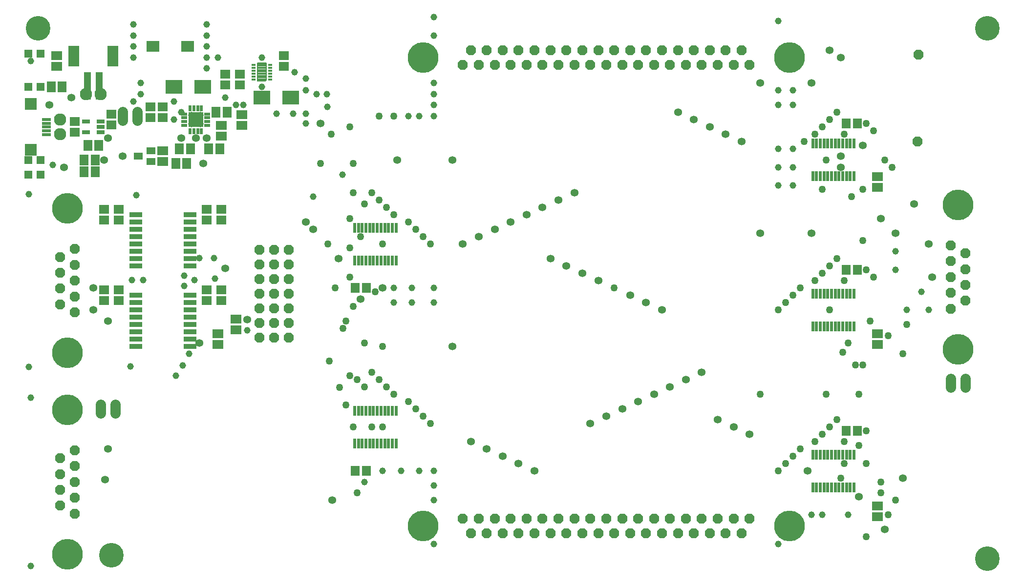
<source format=gts>
G75*
%MOIN*%
%OFA0B0*%
%FSLAX25Y25*%
%IPPOS*%
%LPD*%
%AMOC8*
5,1,8,0,0,1.08239X$1,22.5*
%
%ADD10OC8,0.06984*%
%ADD11C,0.20984*%
%ADD12R,0.02384X0.06784*%
%ADD13R,0.07283X0.06102*%
%ADD14R,0.08784X0.03184*%
%ADD15R,0.06890X0.06102*%
%ADD16R,0.05709X0.03150*%
%ADD17R,0.04921X0.19094*%
%ADD18R,0.07283X0.14370*%
%ADD19R,0.06496X0.02362*%
%ADD20R,0.08465X0.08071*%
%ADD21C,0.08384*%
%ADD22R,0.06102X0.06890*%
%ADD23C,0.06984*%
%ADD24R,0.02953X0.01181*%
%ADD25C,0.00800*%
%ADD26R,0.06102X0.07283*%
%ADD27R,0.05709X0.05709*%
%ADD28R,0.02362X0.04134*%
%ADD29R,0.04134X0.02362*%
%ADD30R,0.10236X0.10236*%
%ADD31R,0.08858X0.07677*%
%ADD32R,0.11220X0.09646*%
%ADD33R,0.06496X0.04921*%
%ADD34C,0.04953*%
%ADD35C,0.05346*%
%ADD36C,0.04559*%
%ADD37C,0.16795*%
D10*
X0081800Y0092235D03*
X0071800Y0097635D03*
X0081800Y0103035D03*
X0071800Y0108435D03*
X0081800Y0113835D03*
X0071800Y0119235D03*
X0081800Y0124635D03*
X0071800Y0130035D03*
X0081800Y0135435D03*
X0207800Y0212335D03*
X0217800Y0212335D03*
X0227800Y0212335D03*
X0227800Y0222335D03*
X0217800Y0222335D03*
X0207800Y0222335D03*
X0207800Y0232335D03*
X0207800Y0242335D03*
X0217800Y0242335D03*
X0227800Y0242335D03*
X0227800Y0232335D03*
X0217800Y0232335D03*
X0217800Y0252335D03*
X0207800Y0252335D03*
X0207800Y0262335D03*
X0217800Y0262335D03*
X0227800Y0262335D03*
X0227800Y0272335D03*
X0217800Y0272335D03*
X0207800Y0272335D03*
X0227800Y0252335D03*
X0081800Y0251337D03*
X0071800Y0256737D03*
X0081800Y0262137D03*
X0071800Y0267537D03*
X0081800Y0272937D03*
X0071800Y0245937D03*
X0081800Y0240537D03*
X0071800Y0235137D03*
X0081800Y0229737D03*
X0346499Y0088833D03*
X0357299Y0088833D03*
X0368199Y0088833D03*
X0379099Y0088833D03*
X0389899Y0088833D03*
X0400799Y0088833D03*
X0411699Y0088833D03*
X0422599Y0088833D03*
X0433399Y0088833D03*
X0444299Y0088833D03*
X0455199Y0088833D03*
X0465999Y0088833D03*
X0476899Y0088833D03*
X0487799Y0088833D03*
X0498599Y0088833D03*
X0509499Y0088833D03*
X0520399Y0088833D03*
X0531199Y0088833D03*
X0542099Y0088833D03*
X0536699Y0078833D03*
X0525799Y0078833D03*
X0514899Y0078833D03*
X0504099Y0078833D03*
X0493199Y0078833D03*
X0482299Y0078833D03*
X0471499Y0078833D03*
X0460599Y0078833D03*
X0449699Y0078833D03*
X0438899Y0078833D03*
X0427999Y0078833D03*
X0417099Y0078833D03*
X0406299Y0078833D03*
X0395399Y0078833D03*
X0384499Y0078833D03*
X0373599Y0078833D03*
X0362799Y0078833D03*
X0351899Y0078833D03*
X0679301Y0232236D03*
X0689301Y0237636D03*
X0679301Y0243036D03*
X0689301Y0248436D03*
X0679301Y0253836D03*
X0689301Y0259236D03*
X0679301Y0264636D03*
X0689301Y0270036D03*
X0679301Y0275436D03*
X0656800Y0346335D03*
X0657300Y0405835D03*
X0542099Y0398835D03*
X0531299Y0398835D03*
X0536699Y0408835D03*
X0525799Y0408835D03*
X0514999Y0408835D03*
X0504099Y0408835D03*
X0493199Y0408835D03*
X0487799Y0398835D03*
X0476899Y0398835D03*
X0465999Y0398835D03*
X0460599Y0408835D03*
X0449699Y0408835D03*
X0438899Y0408835D03*
X0444299Y0398835D03*
X0433399Y0398835D03*
X0422599Y0398835D03*
X0411699Y0398835D03*
X0406299Y0408835D03*
X0417099Y0408835D03*
X0427999Y0408835D03*
X0400799Y0398835D03*
X0389999Y0398835D03*
X0379099Y0398835D03*
X0368199Y0398835D03*
X0357399Y0398835D03*
X0362799Y0408835D03*
X0351899Y0408835D03*
X0346499Y0398835D03*
X0373699Y0408835D03*
X0384499Y0408835D03*
X0395399Y0408835D03*
X0455199Y0398835D03*
X0471499Y0408835D03*
X0482399Y0408835D03*
X0498699Y0398835D03*
X0509499Y0398835D03*
X0520399Y0398835D03*
D11*
X0569299Y0403835D03*
X0684301Y0303136D03*
X0684301Y0204536D03*
X0569299Y0083833D03*
X0319299Y0083833D03*
X0076800Y0064535D03*
X0076800Y0163135D03*
X0076800Y0202037D03*
X0076800Y0300637D03*
X0319299Y0403835D03*
D12*
X0300902Y0287435D03*
X0298302Y0287435D03*
X0295802Y0287435D03*
X0293202Y0287435D03*
X0290602Y0287435D03*
X0288102Y0287435D03*
X0285502Y0287435D03*
X0283002Y0287435D03*
X0280402Y0287435D03*
X0277802Y0287435D03*
X0275302Y0287435D03*
X0272702Y0287435D03*
X0272702Y0265235D03*
X0275302Y0265235D03*
X0277802Y0265235D03*
X0280402Y0265235D03*
X0283002Y0265235D03*
X0285502Y0265235D03*
X0288102Y0265235D03*
X0290602Y0265235D03*
X0293202Y0265235D03*
X0295802Y0265235D03*
X0298302Y0265235D03*
X0300902Y0265235D03*
X0300898Y0162436D03*
X0298298Y0162436D03*
X0295798Y0162436D03*
X0293198Y0162436D03*
X0290598Y0162436D03*
X0288098Y0162436D03*
X0285498Y0162436D03*
X0282998Y0162436D03*
X0280398Y0162436D03*
X0277798Y0162436D03*
X0275298Y0162436D03*
X0272698Y0162436D03*
X0272698Y0140236D03*
X0275298Y0140236D03*
X0277798Y0140236D03*
X0280398Y0140236D03*
X0282998Y0140236D03*
X0285498Y0140236D03*
X0288098Y0140236D03*
X0290598Y0140236D03*
X0293198Y0140236D03*
X0295798Y0140236D03*
X0298298Y0140236D03*
X0300898Y0140236D03*
X0585201Y0132436D03*
X0587801Y0132436D03*
X0590301Y0132436D03*
X0592901Y0132436D03*
X0595501Y0132436D03*
X0598001Y0132436D03*
X0600601Y0132436D03*
X0603101Y0132436D03*
X0605701Y0132436D03*
X0608301Y0132436D03*
X0610801Y0132436D03*
X0613401Y0132436D03*
X0613401Y0110236D03*
X0610801Y0110236D03*
X0608301Y0110236D03*
X0605701Y0110236D03*
X0603101Y0110236D03*
X0600601Y0110236D03*
X0598001Y0110236D03*
X0595501Y0110236D03*
X0592901Y0110236D03*
X0590301Y0110236D03*
X0587801Y0110236D03*
X0585201Y0110236D03*
X0585202Y0220236D03*
X0587802Y0220236D03*
X0590302Y0220236D03*
X0592902Y0220236D03*
X0595502Y0220236D03*
X0598002Y0220236D03*
X0600602Y0220236D03*
X0603102Y0220236D03*
X0605702Y0220236D03*
X0608302Y0220236D03*
X0610802Y0220236D03*
X0613402Y0220236D03*
X0613402Y0242436D03*
X0610802Y0242436D03*
X0608302Y0242436D03*
X0605702Y0242436D03*
X0603102Y0242436D03*
X0600602Y0242436D03*
X0598002Y0242436D03*
X0595502Y0242436D03*
X0592902Y0242436D03*
X0590302Y0242436D03*
X0587802Y0242436D03*
X0585202Y0242436D03*
X0585202Y0322732D03*
X0587802Y0322732D03*
X0590302Y0322732D03*
X0592902Y0322732D03*
X0595502Y0322732D03*
X0598002Y0322732D03*
X0600602Y0322732D03*
X0603102Y0322732D03*
X0605702Y0322732D03*
X0608302Y0322732D03*
X0610802Y0322732D03*
X0613402Y0322732D03*
X0613402Y0344932D03*
X0610802Y0344932D03*
X0608302Y0344932D03*
X0605702Y0344932D03*
X0603102Y0344932D03*
X0600602Y0344932D03*
X0598002Y0344932D03*
X0595502Y0344932D03*
X0592902Y0344932D03*
X0590302Y0344932D03*
X0587802Y0344932D03*
X0585202Y0344932D03*
D13*
X0629300Y0322573D03*
X0629300Y0315093D03*
X0629298Y0215077D03*
X0629298Y0207597D03*
X0629301Y0097576D03*
X0629301Y0090096D03*
X0191800Y0217593D03*
X0191800Y0225073D03*
X0179300Y0215076D03*
X0179300Y0207596D03*
X0141800Y0332595D03*
X0141800Y0340075D03*
X0181800Y0350095D03*
X0181800Y0357575D03*
X0195550Y0357345D03*
X0195550Y0364825D03*
X0069300Y0397595D03*
X0069300Y0405075D03*
D14*
X0123301Y0296333D03*
X0123301Y0291333D03*
X0123301Y0286333D03*
X0123301Y0281333D03*
X0123301Y0276333D03*
X0123301Y0271333D03*
X0123301Y0266333D03*
X0123301Y0261333D03*
X0123301Y0241334D03*
X0123301Y0236334D03*
X0123301Y0231334D03*
X0123301Y0226334D03*
X0123301Y0221334D03*
X0123301Y0216334D03*
X0123301Y0211334D03*
X0123301Y0206334D03*
X0160301Y0206334D03*
X0160301Y0211334D03*
X0160301Y0216334D03*
X0160301Y0221334D03*
X0160301Y0226334D03*
X0160301Y0231334D03*
X0160301Y0236334D03*
X0160301Y0241334D03*
X0160301Y0261333D03*
X0160301Y0266333D03*
X0160301Y0271333D03*
X0160301Y0276333D03*
X0160301Y0281333D03*
X0160301Y0286333D03*
X0160301Y0291333D03*
X0160301Y0296333D03*
D15*
X0171798Y0292594D03*
X0171798Y0300074D03*
X0181799Y0300074D03*
X0181799Y0292594D03*
X0111800Y0292595D03*
X0111800Y0300075D03*
X0101798Y0300074D03*
X0101798Y0292594D03*
X0101798Y0245075D03*
X0101798Y0237595D03*
X0111799Y0237595D03*
X0111799Y0245075D03*
X0171798Y0245075D03*
X0171798Y0237595D03*
X0181799Y0237595D03*
X0181799Y0245075D03*
X0081800Y0352595D03*
X0081800Y0360075D03*
X0106800Y0357595D03*
X0106800Y0365075D03*
X0133300Y0362595D03*
X0133300Y0370075D03*
X0141800Y0370075D03*
X0141800Y0362595D03*
X0184300Y0385095D03*
X0184300Y0392575D03*
X0194300Y0392575D03*
X0194300Y0385095D03*
X0224300Y0397595D03*
X0224300Y0405075D03*
D16*
X0099418Y0360075D03*
X0099418Y0356335D03*
X0099418Y0352595D03*
X0089180Y0352595D03*
X0089180Y0360075D03*
D17*
X0090363Y0384267D03*
X0098237Y0384267D03*
D18*
X0107686Y0404740D03*
X0080914Y0404740D03*
D19*
X0062236Y0361452D03*
X0062236Y0358893D03*
X0062236Y0356334D03*
X0062236Y0353775D03*
X0062236Y0351216D03*
D20*
X0051803Y0340586D03*
X0051803Y0372082D03*
D21*
X0071799Y0361334D03*
X0071799Y0351334D03*
X0089301Y0378833D03*
X0099301Y0378833D03*
D22*
X0273061Y0246336D03*
X0280542Y0246336D03*
X0280543Y0121334D03*
X0273062Y0121334D03*
X0608058Y0148832D03*
X0615539Y0148832D03*
X0615542Y0258833D03*
X0608062Y0258833D03*
X0608062Y0358834D03*
X0615542Y0358834D03*
D23*
X0679301Y0184336D02*
X0679301Y0178336D01*
X0689301Y0178336D02*
X0689301Y0184336D01*
X0124300Y0360835D02*
X0124300Y0366835D01*
X0114300Y0366835D02*
X0114300Y0360835D01*
X0109301Y0166834D02*
X0109301Y0160834D01*
X0099301Y0160834D02*
X0099301Y0166834D01*
D24*
X0203591Y0388913D03*
X0203591Y0390882D03*
X0203591Y0392850D03*
X0203591Y0394819D03*
X0203591Y0396787D03*
X0203591Y0398756D03*
X0215009Y0398756D03*
X0215009Y0396787D03*
X0215009Y0394819D03*
X0215009Y0392850D03*
X0215009Y0390882D03*
X0215009Y0388913D03*
D25*
X0212351Y0389172D02*
X0206249Y0389172D01*
X0206249Y0388374D02*
X0212351Y0388374D01*
X0212351Y0388323D02*
X0211662Y0387634D01*
X0206839Y0387634D01*
X0206670Y0387645D01*
X0206512Y0387708D01*
X0206381Y0387817D01*
X0206291Y0387961D01*
X0206249Y0388126D01*
X0206249Y0399543D01*
X0206273Y0399695D01*
X0206343Y0399833D01*
X0206452Y0399942D01*
X0206589Y0400011D01*
X0206741Y0400036D01*
X0211859Y0400036D01*
X0212011Y0400011D01*
X0212148Y0399942D01*
X0212257Y0399833D01*
X0212327Y0399695D01*
X0212351Y0399543D01*
X0212351Y0388323D01*
X0212351Y0389971D02*
X0206249Y0389971D01*
X0206249Y0390769D02*
X0212351Y0390769D01*
X0212351Y0391568D02*
X0206249Y0391568D01*
X0206249Y0392366D02*
X0212351Y0392366D01*
X0212351Y0393165D02*
X0206249Y0393165D01*
X0206249Y0393963D02*
X0212351Y0393963D01*
X0212351Y0394762D02*
X0206249Y0394762D01*
X0206249Y0395560D02*
X0212351Y0395560D01*
X0212351Y0396359D02*
X0206249Y0396359D01*
X0206249Y0397157D02*
X0212351Y0397157D01*
X0212351Y0397956D02*
X0206249Y0397956D01*
X0206249Y0398754D02*
X0212351Y0398754D01*
X0212350Y0399553D02*
X0206250Y0399553D01*
D26*
X0185540Y0366335D03*
X0178060Y0366335D03*
X0180540Y0341335D03*
X0173060Y0341335D03*
X0160540Y0341335D03*
X0153060Y0341335D03*
X0150560Y0331335D03*
X0158040Y0331335D03*
X0098040Y0343835D03*
X0090560Y0343835D03*
X0088060Y0333835D03*
X0095540Y0333835D03*
X0095540Y0325585D03*
X0088060Y0325585D03*
X0073040Y0383835D03*
X0065560Y0383835D03*
D27*
X0058434Y0383835D03*
X0050166Y0383835D03*
X0050166Y0406335D03*
X0058434Y0406335D03*
X0058434Y0333835D03*
X0050166Y0333835D03*
X0050166Y0323835D03*
X0058434Y0323835D03*
D28*
X0160461Y0353461D03*
X0163020Y0353461D03*
X0165580Y0353461D03*
X0168139Y0353461D03*
X0168139Y0369209D03*
X0165580Y0369209D03*
X0163020Y0369209D03*
X0160461Y0369209D03*
D29*
X0156426Y0365173D03*
X0156426Y0362614D03*
X0156426Y0360055D03*
X0156426Y0357496D03*
X0172174Y0357496D03*
X0172174Y0360055D03*
X0172174Y0362614D03*
X0172174Y0365173D03*
D30*
X0164300Y0361335D03*
D31*
X0158611Y0411335D03*
X0134989Y0411335D03*
D32*
X0149457Y0383835D03*
X0169143Y0383835D03*
X0209457Y0376335D03*
X0229143Y0376335D03*
D33*
X0133631Y0340075D03*
X0124969Y0336335D03*
X0133631Y0332595D03*
D34*
X0249300Y0331335D03*
X0271800Y0331335D03*
X0271800Y0311335D03*
X0279300Y0303835D03*
X0284300Y0311335D03*
X0289300Y0306335D03*
X0294300Y0301335D03*
X0299300Y0296335D03*
X0309300Y0291335D03*
X0314300Y0286335D03*
X0319300Y0281335D03*
X0324300Y0276335D03*
X0291800Y0276335D03*
X0276800Y0281335D03*
X0269300Y0273835D03*
X0254300Y0276335D03*
X0269300Y0293835D03*
X0269300Y0253835D03*
X0259300Y0246335D03*
X0271800Y0233835D03*
X0266800Y0223835D03*
X0264800Y0218835D03*
X0279300Y0208835D03*
X0291800Y0206335D03*
X0284300Y0188835D03*
X0289300Y0183835D03*
X0294300Y0178835D03*
X0299300Y0173835D03*
X0309300Y0168835D03*
X0314300Y0163835D03*
X0319300Y0158835D03*
X0324300Y0153835D03*
X0291800Y0151335D03*
X0284300Y0151335D03*
X0271800Y0151335D03*
X0266800Y0166335D03*
X0262300Y0178335D03*
X0269300Y0186335D03*
X0274300Y0183835D03*
X0279300Y0178835D03*
X0255300Y0196335D03*
X0286800Y0243835D03*
X0449700Y0246335D03*
X0561800Y0231335D03*
X0566800Y0236335D03*
X0571800Y0241335D03*
X0576800Y0246335D03*
X0586800Y0251335D03*
X0591800Y0256335D03*
X0596800Y0261335D03*
X0601800Y0266335D03*
X0619300Y0278835D03*
X0621800Y0258835D03*
X0626800Y0253835D03*
X0606800Y0251335D03*
X0596800Y0231335D03*
X0624300Y0223835D03*
X0636800Y0213835D03*
X0649300Y0221335D03*
X0646800Y0201335D03*
X0619300Y0193835D03*
X0614300Y0193835D03*
X0605702Y0202433D03*
X0609300Y0208835D03*
X0616800Y0173835D03*
X0594300Y0173835D03*
X0601800Y0156335D03*
X0596800Y0151335D03*
X0591800Y0146335D03*
X0586800Y0141335D03*
X0576800Y0136335D03*
X0571800Y0131335D03*
X0566800Y0126335D03*
X0561800Y0121335D03*
X0604300Y0116335D03*
X0606800Y0126335D03*
X0621800Y0126335D03*
X0616800Y0138835D03*
X0606800Y0141335D03*
X0621800Y0148835D03*
X0631800Y0113835D03*
X0631800Y0106335D03*
X0641800Y0101335D03*
X0636800Y0091335D03*
X0621800Y0076335D03*
X0549300Y0173835D03*
X0611800Y0308835D03*
X0619300Y0313835D03*
X0634300Y0333835D03*
X0639300Y0328835D03*
X0626800Y0353835D03*
X0621800Y0358835D03*
X0606800Y0351335D03*
X0596800Y0361335D03*
X0601800Y0366335D03*
X0591800Y0356335D03*
X0586800Y0351335D03*
X0579300Y0346335D03*
X0594300Y0333835D03*
X0591800Y0313835D03*
X0299300Y0363835D03*
X0289300Y0363835D03*
X0269300Y0356335D03*
X0256800Y0351335D03*
X0274300Y0106335D03*
D35*
X0257300Y0101335D03*
X0351900Y0141335D03*
X0362800Y0136335D03*
X0373600Y0131335D03*
X0384475Y0126310D03*
X0395425Y0121335D03*
X0433400Y0153835D03*
X0444300Y0158835D03*
X0455200Y0163835D03*
X0466000Y0168835D03*
X0476900Y0173835D03*
X0487800Y0178835D03*
X0498650Y0183835D03*
X0509475Y0188810D03*
X0520400Y0156335D03*
X0531200Y0151335D03*
X0542100Y0146335D03*
X0581800Y0121335D03*
X0616800Y0103835D03*
X0646800Y0116335D03*
X0634300Y0081335D03*
X0482375Y0231335D03*
X0471500Y0236335D03*
X0460600Y0241335D03*
X0438900Y0251310D03*
X0428000Y0256335D03*
X0417100Y0261335D03*
X0406300Y0266335D03*
X0368200Y0286335D03*
X0357400Y0281310D03*
X0346475Y0276335D03*
X0379100Y0291335D03*
X0390000Y0296335D03*
X0400825Y0301335D03*
X0411700Y0306335D03*
X0422600Y0311335D03*
X0339300Y0333835D03*
X0301800Y0333835D03*
X0249300Y0358835D03*
X0171800Y0348835D03*
X0164300Y0348835D03*
X0154300Y0348835D03*
X0169300Y0331335D03*
X0114300Y0336335D03*
X0101800Y0333835D03*
X0104300Y0348835D03*
X0074300Y0328835D03*
X0064300Y0371335D03*
X0079300Y0376335D03*
X0239300Y0291335D03*
X0244300Y0286335D03*
X0261800Y0266335D03*
X0291800Y0246335D03*
X0276800Y0238835D03*
X0339300Y0206335D03*
X0199300Y0224835D03*
X0166800Y0208835D03*
X0104300Y0223835D03*
X0094300Y0231335D03*
X0094300Y0246335D03*
X0184300Y0259835D03*
X0104300Y0136335D03*
X0102300Y0115335D03*
X0515000Y0356335D03*
X0525775Y0351310D03*
X0536700Y0346335D03*
X0504075Y0361335D03*
X0493200Y0366310D03*
X0549300Y0386335D03*
X0584300Y0386335D03*
X0604300Y0403835D03*
X0596800Y0408835D03*
X0619300Y0343835D03*
X0604300Y0336335D03*
X0604300Y0328835D03*
X0654300Y0303835D03*
X0631800Y0293835D03*
X0641800Y0283835D03*
X0664300Y0276335D03*
X0666800Y0253835D03*
X0584300Y0283835D03*
X0549300Y0283835D03*
D36*
X0051800Y0056335D03*
X0051800Y0171335D03*
X0050300Y0192335D03*
X0119800Y0192835D03*
X0150800Y0186335D03*
X0155300Y0193335D03*
X0159800Y0201335D03*
X0199300Y0217335D03*
X0156300Y0247835D03*
X0163300Y0251835D03*
X0156300Y0254835D03*
X0166800Y0266835D03*
X0176800Y0266835D03*
X0177300Y0252835D03*
X0128300Y0251835D03*
X0120800Y0251835D03*
X0123800Y0309835D03*
X0066800Y0330335D03*
X0050300Y0310335D03*
X0149300Y0361335D03*
X0154300Y0366335D03*
X0161300Y0364335D03*
X0164300Y0361335D03*
X0167300Y0364335D03*
X0167300Y0358335D03*
X0161300Y0358335D03*
X0149300Y0373835D03*
X0126800Y0378835D03*
X0121800Y0373835D03*
X0126800Y0386335D03*
X0121800Y0403835D03*
X0121800Y0411335D03*
X0121800Y0418835D03*
X0121800Y0426335D03*
X0171800Y0426335D03*
X0171800Y0418835D03*
X0171800Y0411335D03*
X0171800Y0403835D03*
X0179300Y0403835D03*
X0171800Y0396335D03*
X0184300Y0376335D03*
X0191800Y0371335D03*
X0196800Y0371335D03*
X0209300Y0383835D03*
X0209300Y0403835D03*
X0231800Y0393835D03*
X0239300Y0389335D03*
X0239300Y0381335D03*
X0246800Y0378835D03*
X0253800Y0378835D03*
X0254050Y0370085D03*
X0239300Y0365335D03*
X0239300Y0358835D03*
X0230800Y0365335D03*
X0219300Y0365335D03*
X0264300Y0323835D03*
X0244300Y0308835D03*
X0309300Y0363835D03*
X0316800Y0363835D03*
X0326800Y0363835D03*
X0326800Y0371335D03*
X0326800Y0378835D03*
X0326800Y0386335D03*
X0326800Y0418835D03*
X0326800Y0431335D03*
X0561800Y0428835D03*
X0561800Y0381335D03*
X0571800Y0381335D03*
X0571800Y0371335D03*
X0561800Y0371335D03*
X0561800Y0341335D03*
X0571800Y0341335D03*
X0571800Y0328835D03*
X0561800Y0328835D03*
X0561800Y0316335D03*
X0571800Y0316335D03*
X0641800Y0271335D03*
X0641800Y0258835D03*
X0659300Y0243835D03*
X0664300Y0231335D03*
X0649300Y0231335D03*
X0609300Y0091335D03*
X0591800Y0091335D03*
X0584300Y0091335D03*
X0561800Y0071335D03*
X0326800Y0071335D03*
X0326800Y0101335D03*
X0326800Y0111335D03*
X0326800Y0121335D03*
X0316800Y0121335D03*
X0304300Y0121335D03*
X0291800Y0121335D03*
X0279300Y0113835D03*
X0299300Y0236335D03*
X0299300Y0246335D03*
X0311800Y0246335D03*
X0326800Y0246335D03*
X0326800Y0236335D03*
X0311800Y0236335D03*
X0051800Y0401335D03*
D37*
X0056800Y0423835D03*
X0106800Y0063835D03*
X0704300Y0061335D03*
X0704300Y0423835D03*
M02*

</source>
